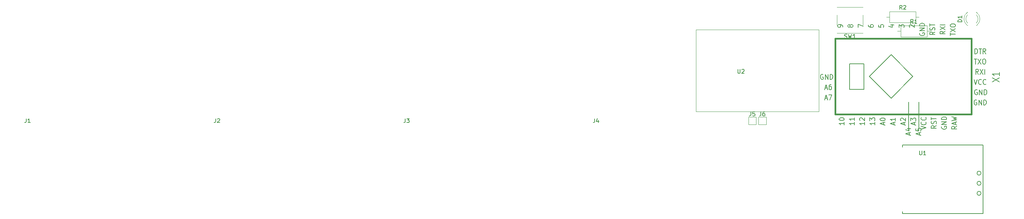
<source format=gbr>
G04 #@! TF.GenerationSoftware,KiCad,Pcbnew,(5.0.0-3-g5ebb6b6)*
G04 #@! TF.CreationDate,2021-01-19T19:10:24+01:00*
G04 #@! TF.ProjectId,HB-RC-4-TOUCH,48422D52432D342D544F5543482E6B69,rev?*
G04 #@! TF.SameCoordinates,Original*
G04 #@! TF.FileFunction,Legend,Top*
G04 #@! TF.FilePolarity,Positive*
%FSLAX46Y46*%
G04 Gerber Fmt 4.6, Leading zero omitted, Abs format (unit mm)*
G04 Created by KiCad (PCBNEW (5.0.0-3-g5ebb6b6)) date 2021 January 19, Tuesday 19:10:24*
%MOMM*%
%LPD*%
G01*
G04 APERTURE LIST*
%ADD10C,0.152400*%
%ADD11C,0.177800*%
%ADD12C,0.381000*%
%ADD13C,0.120000*%
%ADD14C,0.150000*%
%ADD15C,0.203200*%
%ADD16C,0.190500*%
G04 APERTURE END LIST*
D10*
G04 #@! TO.C,X1*
X264520000Y-42850000D02*
X264520000Y-49835000D01*
X267060000Y-42850000D02*
X267060000Y-49835000D01*
X253471000Y-39675000D02*
X253471000Y-33325000D01*
X253471000Y-39675000D02*
X249915000Y-39675000D01*
X249915000Y-33325000D02*
X249915000Y-39675000D01*
X253471000Y-33325000D02*
X249915000Y-33325000D01*
D11*
X260191105Y-31085544D02*
X265579259Y-36473697D01*
X265579259Y-36473697D02*
X260191105Y-41861851D01*
X254802951Y-36473697D02*
X260191105Y-41861851D01*
X260191105Y-31085544D02*
X254802951Y-36473697D01*
D12*
X280141000Y-27102000D02*
X280141000Y-45898000D01*
X280141000Y-45898000D02*
X246359000Y-45898000D01*
X246359000Y-45898000D02*
X246359000Y-27102000D01*
X246359000Y-27102000D02*
X280141000Y-27102000D01*
D13*
G04 #@! TO.C,U2*
X242240000Y-45160000D02*
X211760000Y-45160000D01*
X242240000Y-24840000D02*
X242240000Y-45160000D01*
X211760000Y-24840000D02*
X242240000Y-24840000D01*
X211760000Y-24840000D02*
X211760000Y-45160000D01*
D14*
G04 #@! TO.C,U1*
X283000000Y-70500000D02*
X263000000Y-70500000D01*
X283000000Y-53500000D02*
X283000000Y-70500000D01*
X263000000Y-53500000D02*
X283000000Y-53500000D01*
X282500000Y-63000000D02*
G75*
G03X282500000Y-63000000I-500000J0D01*
G01*
X282500000Y-60500000D02*
G75*
G03X282500000Y-60500000I-500000J0D01*
G01*
X282500000Y-65500000D02*
G75*
G03X282500000Y-65500000I-500000J0D01*
G01*
X263000000Y-53500000D02*
X263000000Y-54000000D01*
X263000000Y-70500000D02*
X263000000Y-70000000D01*
D13*
G04 #@! TO.C,SW1*
X246770000Y-25730000D02*
X246770000Y-25700000D01*
X246770000Y-19270000D02*
X246770000Y-19300000D01*
X253230000Y-19270000D02*
X253230000Y-19300000D01*
X253230000Y-25700000D02*
X253230000Y-25730000D01*
X246770000Y-23800000D02*
X246770000Y-21200000D01*
X253230000Y-25730000D02*
X246770000Y-25730000D01*
X253230000Y-23800000D02*
X253230000Y-21200000D01*
X253230000Y-19270000D02*
X246770000Y-19270000D01*
G04 #@! TO.C,R2*
X259810000Y-20380000D02*
X259810000Y-23120000D01*
X259810000Y-23120000D02*
X266350000Y-23120000D01*
X266350000Y-23120000D02*
X266350000Y-20380000D01*
X266350000Y-20380000D02*
X259810000Y-20380000D01*
X259040000Y-21750000D02*
X259810000Y-21750000D01*
X267120000Y-21750000D02*
X266350000Y-21750000D01*
G04 #@! TO.C,R1*
X262560000Y-23880000D02*
X262560000Y-26620000D01*
X262560000Y-26620000D02*
X269100000Y-26620000D01*
X269100000Y-26620000D02*
X269100000Y-23880000D01*
X269100000Y-23880000D02*
X262560000Y-23880000D01*
X261790000Y-25250000D02*
X262560000Y-25250000D01*
X269870000Y-25250000D02*
X269100000Y-25250000D01*
G04 #@! TO.C,J6*
X227300000Y-48450000D02*
X227300000Y-46550000D01*
X229200000Y-48450000D02*
X227300000Y-48450000D01*
X229200000Y-46550000D02*
X229200000Y-48450000D01*
X227300000Y-46550000D02*
X229200000Y-46550000D01*
G04 #@! TO.C,J5*
X224800000Y-48450000D02*
X224800000Y-46550000D01*
X226700000Y-48450000D02*
X224800000Y-48450000D01*
X226700000Y-46550000D02*
X226700000Y-48450000D01*
X224800000Y-46550000D02*
X226700000Y-46550000D01*
G04 #@! TO.C,D1*
X279171392Y-20537665D02*
G75*
G03X279014484Y-23770000I1078608J-1672335D01*
G01*
X281328608Y-20537665D02*
G75*
G02X281485516Y-23770000I-1078608J-1672335D01*
G01*
X279170163Y-21168870D02*
G75*
G03X279170000Y-23250961I1079837J-1041130D01*
G01*
X281329837Y-21168870D02*
G75*
G02X281330000Y-23250961I-1079837J-1041130D01*
G01*
X279014000Y-23770000D02*
X279170000Y-23770000D01*
X281330000Y-23770000D02*
X281486000Y-23770000D01*
G04 #@! TO.C,X1*
D15*
X285263333Y-37860714D02*
X287041333Y-36844714D01*
X285263333Y-36844714D02*
X287041333Y-37860714D01*
X287041333Y-35465857D02*
X287041333Y-36336714D01*
X287041333Y-35901285D02*
X285263333Y-35901285D01*
X285517333Y-36046428D01*
X285686666Y-36191571D01*
X285771333Y-36336714D01*
D16*
X267271666Y-50978000D02*
X267271666Y-50433714D01*
X267634523Y-51086857D02*
X266364523Y-50705857D01*
X267634523Y-50324857D01*
X266364523Y-49399571D02*
X266364523Y-49943857D01*
X266969285Y-49998285D01*
X266908809Y-49943857D01*
X266848333Y-49835000D01*
X266848333Y-49562857D01*
X266908809Y-49454000D01*
X266969285Y-49399571D01*
X267090238Y-49345142D01*
X267392619Y-49345142D01*
X267513571Y-49399571D01*
X267574047Y-49454000D01*
X267634523Y-49562857D01*
X267634523Y-49835000D01*
X267574047Y-49943857D01*
X267513571Y-49998285D01*
X264731666Y-50978000D02*
X264731666Y-50433714D01*
X265094523Y-51086857D02*
X263824523Y-50705857D01*
X265094523Y-50324857D01*
X264247857Y-49454000D02*
X265094523Y-49454000D01*
X263764047Y-49726142D02*
X264671190Y-49998285D01*
X264671190Y-49290714D01*
X248203523Y-24162857D02*
X248203523Y-23945142D01*
X248143047Y-23836285D01*
X248082571Y-23781857D01*
X247901142Y-23673000D01*
X247659238Y-23618571D01*
X247175428Y-23618571D01*
X247054476Y-23673000D01*
X246994000Y-23727428D01*
X246933523Y-23836285D01*
X246933523Y-24054000D01*
X246994000Y-24162857D01*
X247054476Y-24217285D01*
X247175428Y-24271714D01*
X247477809Y-24271714D01*
X247598761Y-24217285D01*
X247659238Y-24162857D01*
X247719714Y-24054000D01*
X247719714Y-23836285D01*
X247659238Y-23727428D01*
X247598761Y-23673000D01*
X247477809Y-23618571D01*
X250017809Y-24054000D02*
X249957333Y-24162857D01*
X249896857Y-24217285D01*
X249775904Y-24271714D01*
X249715428Y-24271714D01*
X249594476Y-24217285D01*
X249534000Y-24162857D01*
X249473523Y-24054000D01*
X249473523Y-23836285D01*
X249534000Y-23727428D01*
X249594476Y-23673000D01*
X249715428Y-23618571D01*
X249775904Y-23618571D01*
X249896857Y-23673000D01*
X249957333Y-23727428D01*
X250017809Y-23836285D01*
X250017809Y-24054000D01*
X250078285Y-24162857D01*
X250138761Y-24217285D01*
X250259714Y-24271714D01*
X250501619Y-24271714D01*
X250622571Y-24217285D01*
X250683047Y-24162857D01*
X250743523Y-24054000D01*
X250743523Y-23836285D01*
X250683047Y-23727428D01*
X250622571Y-23673000D01*
X250501619Y-23618571D01*
X250259714Y-23618571D01*
X250138761Y-23673000D01*
X250078285Y-23727428D01*
X250017809Y-23836285D01*
X252013523Y-24326142D02*
X252013523Y-23564142D01*
X253283523Y-24054000D01*
X254553523Y-23727428D02*
X254553523Y-23945142D01*
X254614000Y-24054000D01*
X254674476Y-24108428D01*
X254855904Y-24217285D01*
X255097809Y-24271714D01*
X255581619Y-24271714D01*
X255702571Y-24217285D01*
X255763047Y-24162857D01*
X255823523Y-24054000D01*
X255823523Y-23836285D01*
X255763047Y-23727428D01*
X255702571Y-23673000D01*
X255581619Y-23618571D01*
X255279238Y-23618571D01*
X255158285Y-23673000D01*
X255097809Y-23727428D01*
X255037333Y-23836285D01*
X255037333Y-24054000D01*
X255097809Y-24162857D01*
X255158285Y-24217285D01*
X255279238Y-24271714D01*
X257093523Y-23673000D02*
X257093523Y-24217285D01*
X257698285Y-24271714D01*
X257637809Y-24217285D01*
X257577333Y-24108428D01*
X257577333Y-23836285D01*
X257637809Y-23727428D01*
X257698285Y-23673000D01*
X257819238Y-23618571D01*
X258121619Y-23618571D01*
X258242571Y-23673000D01*
X258303047Y-23727428D01*
X258363523Y-23836285D01*
X258363523Y-24108428D01*
X258303047Y-24217285D01*
X258242571Y-24271714D01*
X260056857Y-23727428D02*
X260903523Y-23727428D01*
X259573047Y-23999571D02*
X260480190Y-24271714D01*
X260480190Y-23564142D01*
X274873523Y-26285571D02*
X274873523Y-25632428D01*
X276143523Y-25959000D02*
X274873523Y-25959000D01*
X274873523Y-25360285D02*
X276143523Y-24598285D01*
X274873523Y-24598285D02*
X276143523Y-25360285D01*
X274873523Y-23945142D02*
X274873523Y-23727428D01*
X274934000Y-23618571D01*
X275054952Y-23509714D01*
X275296857Y-23455285D01*
X275720190Y-23455285D01*
X275962095Y-23509714D01*
X276083047Y-23618571D01*
X276143523Y-23727428D01*
X276143523Y-23945142D01*
X276083047Y-24054000D01*
X275962095Y-24162857D01*
X275720190Y-24217285D01*
X275296857Y-24217285D01*
X275054952Y-24162857D01*
X274934000Y-24054000D01*
X274873523Y-23945142D01*
X273603523Y-25278642D02*
X272998761Y-25659642D01*
X273603523Y-25931785D02*
X272333523Y-25931785D01*
X272333523Y-25496357D01*
X272394000Y-25387500D01*
X272454476Y-25333071D01*
X272575428Y-25278642D01*
X272756857Y-25278642D01*
X272877809Y-25333071D01*
X272938285Y-25387500D01*
X272998761Y-25496357D01*
X272998761Y-25931785D01*
X272333523Y-24897642D02*
X273603523Y-24135642D01*
X272333523Y-24135642D02*
X273603523Y-24897642D01*
X273603523Y-23700214D02*
X272333523Y-23700214D01*
X271063523Y-25441928D02*
X270458761Y-25822928D01*
X271063523Y-26095071D02*
X269793523Y-26095071D01*
X269793523Y-25659642D01*
X269854000Y-25550785D01*
X269914476Y-25496357D01*
X270035428Y-25441928D01*
X270216857Y-25441928D01*
X270337809Y-25496357D01*
X270398285Y-25550785D01*
X270458761Y-25659642D01*
X270458761Y-26095071D01*
X271003047Y-25006500D02*
X271063523Y-24843214D01*
X271063523Y-24571071D01*
X271003047Y-24462214D01*
X270942571Y-24407785D01*
X270821619Y-24353357D01*
X270700666Y-24353357D01*
X270579714Y-24407785D01*
X270519238Y-24462214D01*
X270458761Y-24571071D01*
X270398285Y-24788785D01*
X270337809Y-24897642D01*
X270277333Y-24952071D01*
X270156380Y-25006500D01*
X270035428Y-25006500D01*
X269914476Y-24952071D01*
X269854000Y-24897642D01*
X269793523Y-24788785D01*
X269793523Y-24516642D01*
X269854000Y-24353357D01*
X269793523Y-24026785D02*
X269793523Y-23373642D01*
X271063523Y-23700214D02*
X269793523Y-23700214D01*
X267314000Y-25686857D02*
X267253523Y-25795714D01*
X267253523Y-25959000D01*
X267314000Y-26122285D01*
X267434952Y-26231142D01*
X267555904Y-26285571D01*
X267797809Y-26340000D01*
X267979238Y-26340000D01*
X268221142Y-26285571D01*
X268342095Y-26231142D01*
X268463047Y-26122285D01*
X268523523Y-25959000D01*
X268523523Y-25850142D01*
X268463047Y-25686857D01*
X268402571Y-25632428D01*
X267979238Y-25632428D01*
X267979238Y-25850142D01*
X268523523Y-25142571D02*
X267253523Y-25142571D01*
X268523523Y-24489428D01*
X267253523Y-24489428D01*
X268523523Y-23945142D02*
X267253523Y-23945142D01*
X267253523Y-23673000D01*
X267314000Y-23509714D01*
X267434952Y-23400857D01*
X267555904Y-23346428D01*
X267797809Y-23292000D01*
X267979238Y-23292000D01*
X268221142Y-23346428D01*
X268342095Y-23400857D01*
X268463047Y-23509714D01*
X268523523Y-23673000D01*
X268523523Y-23945142D01*
X264834476Y-24271714D02*
X264774000Y-24217285D01*
X264713523Y-24108428D01*
X264713523Y-23836285D01*
X264774000Y-23727428D01*
X264834476Y-23673000D01*
X264955428Y-23618571D01*
X265076380Y-23618571D01*
X265257809Y-23673000D01*
X265983523Y-24326142D01*
X265983523Y-23618571D01*
X262173523Y-24326142D02*
X262173523Y-23618571D01*
X262657333Y-23999571D01*
X262657333Y-23836285D01*
X262717809Y-23727428D01*
X262778285Y-23673000D01*
X262899238Y-23618571D01*
X263201619Y-23618571D01*
X263322571Y-23673000D01*
X263383047Y-23727428D01*
X263443523Y-23836285D01*
X263443523Y-24162857D01*
X263383047Y-24271714D01*
X263322571Y-24326142D01*
X263461666Y-48438000D02*
X263461666Y-47893714D01*
X263824523Y-48546857D02*
X262554523Y-48165857D01*
X263824523Y-47784857D01*
X262675476Y-47458285D02*
X262615000Y-47403857D01*
X262554523Y-47295000D01*
X262554523Y-47022857D01*
X262615000Y-46914000D01*
X262675476Y-46859571D01*
X262796428Y-46805142D01*
X262917380Y-46805142D01*
X263098809Y-46859571D01*
X263824523Y-47512714D01*
X263824523Y-46805142D01*
X266001666Y-48438000D02*
X266001666Y-47893714D01*
X266364523Y-48546857D02*
X265094523Y-48165857D01*
X266364523Y-47784857D01*
X265094523Y-47512714D02*
X265094523Y-46805142D01*
X265578333Y-47186142D01*
X265578333Y-47022857D01*
X265638809Y-46914000D01*
X265699285Y-46859571D01*
X265820238Y-46805142D01*
X266122619Y-46805142D01*
X266243571Y-46859571D01*
X266304047Y-46914000D01*
X266364523Y-47022857D01*
X266364523Y-47349428D01*
X266304047Y-47458285D01*
X266243571Y-47512714D01*
X267634523Y-49581000D02*
X268904523Y-49200000D01*
X267634523Y-48819000D01*
X268783571Y-47784857D02*
X268844047Y-47839285D01*
X268904523Y-48002571D01*
X268904523Y-48111428D01*
X268844047Y-48274714D01*
X268723095Y-48383571D01*
X268602142Y-48438000D01*
X268360238Y-48492428D01*
X268178809Y-48492428D01*
X267936904Y-48438000D01*
X267815952Y-48383571D01*
X267695000Y-48274714D01*
X267634523Y-48111428D01*
X267634523Y-48002571D01*
X267695000Y-47839285D01*
X267755476Y-47784857D01*
X268783571Y-46641857D02*
X268844047Y-46696285D01*
X268904523Y-46859571D01*
X268904523Y-46968428D01*
X268844047Y-47131714D01*
X268723095Y-47240571D01*
X268602142Y-47295000D01*
X268360238Y-47349428D01*
X268178809Y-47349428D01*
X267936904Y-47295000D01*
X267815952Y-47240571D01*
X267695000Y-47131714D01*
X267634523Y-46968428D01*
X267634523Y-46859571D01*
X267695000Y-46696285D01*
X267755476Y-46641857D01*
X271444523Y-48682928D02*
X270839761Y-49063928D01*
X271444523Y-49336071D02*
X270174523Y-49336071D01*
X270174523Y-48900642D01*
X270235000Y-48791785D01*
X270295476Y-48737357D01*
X270416428Y-48682928D01*
X270597857Y-48682928D01*
X270718809Y-48737357D01*
X270779285Y-48791785D01*
X270839761Y-48900642D01*
X270839761Y-49336071D01*
X271384047Y-48247500D02*
X271444523Y-48084214D01*
X271444523Y-47812071D01*
X271384047Y-47703214D01*
X271323571Y-47648785D01*
X271202619Y-47594357D01*
X271081666Y-47594357D01*
X270960714Y-47648785D01*
X270900238Y-47703214D01*
X270839761Y-47812071D01*
X270779285Y-48029785D01*
X270718809Y-48138642D01*
X270658333Y-48193071D01*
X270537380Y-48247500D01*
X270416428Y-48247500D01*
X270295476Y-48193071D01*
X270235000Y-48138642D01*
X270174523Y-48029785D01*
X270174523Y-47757642D01*
X270235000Y-47594357D01*
X270174523Y-47267785D02*
X270174523Y-46614642D01*
X271444523Y-46941214D02*
X270174523Y-46941214D01*
X272775000Y-48927857D02*
X272714523Y-49036714D01*
X272714523Y-49200000D01*
X272775000Y-49363285D01*
X272895952Y-49472142D01*
X273016904Y-49526571D01*
X273258809Y-49581000D01*
X273440238Y-49581000D01*
X273682142Y-49526571D01*
X273803095Y-49472142D01*
X273924047Y-49363285D01*
X273984523Y-49200000D01*
X273984523Y-49091142D01*
X273924047Y-48927857D01*
X273863571Y-48873428D01*
X273440238Y-48873428D01*
X273440238Y-49091142D01*
X273984523Y-48383571D02*
X272714523Y-48383571D01*
X273984523Y-47730428D01*
X272714523Y-47730428D01*
X273984523Y-47186142D02*
X272714523Y-47186142D01*
X272714523Y-46914000D01*
X272775000Y-46750714D01*
X272895952Y-46641857D01*
X273016904Y-46587428D01*
X273258809Y-46533000D01*
X273440238Y-46533000D01*
X273682142Y-46587428D01*
X273803095Y-46641857D01*
X273924047Y-46750714D01*
X273984523Y-46914000D01*
X273984523Y-47186142D01*
X276524523Y-48846214D02*
X275919761Y-49227214D01*
X276524523Y-49499357D02*
X275254523Y-49499357D01*
X275254523Y-49063928D01*
X275315000Y-48955071D01*
X275375476Y-48900642D01*
X275496428Y-48846214D01*
X275677857Y-48846214D01*
X275798809Y-48900642D01*
X275859285Y-48955071D01*
X275919761Y-49063928D01*
X275919761Y-49499357D01*
X276161666Y-48410785D02*
X276161666Y-47866500D01*
X276524523Y-48519642D02*
X275254523Y-48138642D01*
X276524523Y-47757642D01*
X275254523Y-47485500D02*
X276524523Y-47213357D01*
X275617380Y-46995642D01*
X276524523Y-46777928D01*
X275254523Y-46505785D01*
X260921666Y-48438000D02*
X260921666Y-47893714D01*
X261284523Y-48546857D02*
X260014523Y-48165857D01*
X261284523Y-47784857D01*
X261284523Y-46805142D02*
X261284523Y-47458285D01*
X261284523Y-47131714D02*
X260014523Y-47131714D01*
X260195952Y-47240571D01*
X260316904Y-47349428D01*
X260377380Y-47458285D01*
X258381666Y-48438000D02*
X258381666Y-47893714D01*
X258744523Y-48546857D02*
X257474523Y-48165857D01*
X258744523Y-47784857D01*
X257474523Y-47186142D02*
X257474523Y-47077285D01*
X257535000Y-46968428D01*
X257595476Y-46914000D01*
X257716428Y-46859571D01*
X257958333Y-46805142D01*
X258260714Y-46805142D01*
X258502619Y-46859571D01*
X258623571Y-46914000D01*
X258684047Y-46968428D01*
X258744523Y-47077285D01*
X258744523Y-47186142D01*
X258684047Y-47295000D01*
X258623571Y-47349428D01*
X258502619Y-47403857D01*
X258260714Y-47458285D01*
X257958333Y-47458285D01*
X257716428Y-47403857D01*
X257595476Y-47349428D01*
X257535000Y-47295000D01*
X257474523Y-47186142D01*
X256204523Y-47839285D02*
X256204523Y-48492428D01*
X256204523Y-48165857D02*
X254934523Y-48165857D01*
X255115952Y-48274714D01*
X255236904Y-48383571D01*
X255297380Y-48492428D01*
X254934523Y-47458285D02*
X254934523Y-46750714D01*
X255418333Y-47131714D01*
X255418333Y-46968428D01*
X255478809Y-46859571D01*
X255539285Y-46805142D01*
X255660238Y-46750714D01*
X255962619Y-46750714D01*
X256083571Y-46805142D01*
X256144047Y-46859571D01*
X256204523Y-46968428D01*
X256204523Y-47295000D01*
X256144047Y-47403857D01*
X256083571Y-47458285D01*
X253664523Y-47839285D02*
X253664523Y-48492428D01*
X253664523Y-48165857D02*
X252394523Y-48165857D01*
X252575952Y-48274714D01*
X252696904Y-48383571D01*
X252757380Y-48492428D01*
X252515476Y-47403857D02*
X252455000Y-47349428D01*
X252394523Y-47240571D01*
X252394523Y-46968428D01*
X252455000Y-46859571D01*
X252515476Y-46805142D01*
X252636428Y-46750714D01*
X252757380Y-46750714D01*
X252938809Y-46805142D01*
X253664523Y-47458285D01*
X253664523Y-46750714D01*
X251124523Y-47839285D02*
X251124523Y-48492428D01*
X251124523Y-48165857D02*
X249854523Y-48165857D01*
X250035952Y-48274714D01*
X250156904Y-48383571D01*
X250217380Y-48492428D01*
X251124523Y-46750714D02*
X251124523Y-47403857D01*
X251124523Y-47077285D02*
X249854523Y-47077285D01*
X250035952Y-47186142D01*
X250156904Y-47295000D01*
X250217380Y-47403857D01*
X248584523Y-47839285D02*
X248584523Y-48492428D01*
X248584523Y-48165857D02*
X247314523Y-48165857D01*
X247495952Y-48274714D01*
X247616904Y-48383571D01*
X247677380Y-48492428D01*
X247314523Y-47131714D02*
X247314523Y-47022857D01*
X247375000Y-46914000D01*
X247435476Y-46859571D01*
X247556428Y-46805142D01*
X247798333Y-46750714D01*
X248100714Y-46750714D01*
X248342619Y-46805142D01*
X248463571Y-46859571D01*
X248524047Y-46914000D01*
X248584523Y-47022857D01*
X248584523Y-47131714D01*
X248524047Y-47240571D01*
X248463571Y-47295000D01*
X248342619Y-47349428D01*
X248100714Y-47403857D01*
X247798333Y-47403857D01*
X247556428Y-47349428D01*
X247435476Y-47295000D01*
X247375000Y-47240571D01*
X247314523Y-47131714D01*
X243819000Y-41918666D02*
X244363285Y-41918666D01*
X243710142Y-42281523D02*
X244091142Y-41011523D01*
X244472142Y-42281523D01*
X244744285Y-41011523D02*
X245506285Y-41011523D01*
X245016428Y-42281523D01*
X243819000Y-39378666D02*
X244363285Y-39378666D01*
X243710142Y-39741523D02*
X244091142Y-38471523D01*
X244472142Y-39741523D01*
X245343000Y-38471523D02*
X245125285Y-38471523D01*
X245016428Y-38532000D01*
X244962000Y-38592476D01*
X244853142Y-38773904D01*
X244798714Y-39015809D01*
X244798714Y-39499619D01*
X244853142Y-39620571D01*
X244907571Y-39681047D01*
X245016428Y-39741523D01*
X245234142Y-39741523D01*
X245343000Y-39681047D01*
X245397428Y-39620571D01*
X245451857Y-39499619D01*
X245451857Y-39197238D01*
X245397428Y-39076285D01*
X245343000Y-39015809D01*
X245234142Y-38955333D01*
X245016428Y-38955333D01*
X244907571Y-39015809D01*
X244853142Y-39076285D01*
X244798714Y-39197238D01*
X243329142Y-35992000D02*
X243220285Y-35931523D01*
X243057000Y-35931523D01*
X242893714Y-35992000D01*
X242784857Y-36112952D01*
X242730428Y-36233904D01*
X242676000Y-36475809D01*
X242676000Y-36657238D01*
X242730428Y-36899142D01*
X242784857Y-37020095D01*
X242893714Y-37141047D01*
X243057000Y-37201523D01*
X243165857Y-37201523D01*
X243329142Y-37141047D01*
X243383571Y-37080571D01*
X243383571Y-36657238D01*
X243165857Y-36657238D01*
X243873428Y-37201523D02*
X243873428Y-35931523D01*
X244526571Y-37201523D01*
X244526571Y-35931523D01*
X245070857Y-37201523D02*
X245070857Y-35931523D01*
X245343000Y-35931523D01*
X245506285Y-35992000D01*
X245615142Y-36112952D01*
X245669571Y-36233904D01*
X245724000Y-36475809D01*
X245724000Y-36657238D01*
X245669571Y-36899142D01*
X245615142Y-37020095D01*
X245506285Y-37141047D01*
X245343000Y-37201523D01*
X245070857Y-37201523D01*
X281429142Y-42342000D02*
X281320285Y-42281523D01*
X281157000Y-42281523D01*
X280993714Y-42342000D01*
X280884857Y-42462952D01*
X280830428Y-42583904D01*
X280776000Y-42825809D01*
X280776000Y-43007238D01*
X280830428Y-43249142D01*
X280884857Y-43370095D01*
X280993714Y-43491047D01*
X281157000Y-43551523D01*
X281265857Y-43551523D01*
X281429142Y-43491047D01*
X281483571Y-43430571D01*
X281483571Y-43007238D01*
X281265857Y-43007238D01*
X281973428Y-43551523D02*
X281973428Y-42281523D01*
X282626571Y-43551523D01*
X282626571Y-42281523D01*
X283170857Y-43551523D02*
X283170857Y-42281523D01*
X283443000Y-42281523D01*
X283606285Y-42342000D01*
X283715142Y-42462952D01*
X283769571Y-42583904D01*
X283824000Y-42825809D01*
X283824000Y-43007238D01*
X283769571Y-43249142D01*
X283715142Y-43370095D01*
X283606285Y-43491047D01*
X283443000Y-43551523D01*
X283170857Y-43551523D01*
X281556142Y-39802000D02*
X281447285Y-39741523D01*
X281284000Y-39741523D01*
X281120714Y-39802000D01*
X281011857Y-39922952D01*
X280957428Y-40043904D01*
X280903000Y-40285809D01*
X280903000Y-40467238D01*
X280957428Y-40709142D01*
X281011857Y-40830095D01*
X281120714Y-40951047D01*
X281284000Y-41011523D01*
X281392857Y-41011523D01*
X281556142Y-40951047D01*
X281610571Y-40890571D01*
X281610571Y-40467238D01*
X281392857Y-40467238D01*
X282100428Y-41011523D02*
X282100428Y-39741523D01*
X282753571Y-41011523D01*
X282753571Y-39741523D01*
X283297857Y-41011523D02*
X283297857Y-39741523D01*
X283570000Y-39741523D01*
X283733285Y-39802000D01*
X283842142Y-39922952D01*
X283896571Y-40043904D01*
X283951000Y-40285809D01*
X283951000Y-40467238D01*
X283896571Y-40709142D01*
X283842142Y-40830095D01*
X283733285Y-40951047D01*
X283570000Y-41011523D01*
X283297857Y-41011523D01*
X280776000Y-37201523D02*
X281157000Y-38471523D01*
X281538000Y-37201523D01*
X282572142Y-38350571D02*
X282517714Y-38411047D01*
X282354428Y-38471523D01*
X282245571Y-38471523D01*
X282082285Y-38411047D01*
X281973428Y-38290095D01*
X281919000Y-38169142D01*
X281864571Y-37927238D01*
X281864571Y-37745809D01*
X281919000Y-37503904D01*
X281973428Y-37382952D01*
X282082285Y-37262000D01*
X282245571Y-37201523D01*
X282354428Y-37201523D01*
X282517714Y-37262000D01*
X282572142Y-37322476D01*
X283715142Y-38350571D02*
X283660714Y-38411047D01*
X283497428Y-38471523D01*
X283388571Y-38471523D01*
X283225285Y-38411047D01*
X283116428Y-38290095D01*
X283062000Y-38169142D01*
X283007571Y-37927238D01*
X283007571Y-37745809D01*
X283062000Y-37503904D01*
X283116428Y-37382952D01*
X283225285Y-37262000D01*
X283388571Y-37201523D01*
X283497428Y-37201523D01*
X283660714Y-37262000D01*
X283715142Y-37322476D01*
X281837357Y-35931523D02*
X281456357Y-35326761D01*
X281184214Y-35931523D02*
X281184214Y-34661523D01*
X281619642Y-34661523D01*
X281728500Y-34722000D01*
X281782928Y-34782476D01*
X281837357Y-34903428D01*
X281837357Y-35084857D01*
X281782928Y-35205809D01*
X281728500Y-35266285D01*
X281619642Y-35326761D01*
X281184214Y-35326761D01*
X282218357Y-34661523D02*
X282980357Y-35931523D01*
X282980357Y-34661523D02*
X282218357Y-35931523D01*
X283415785Y-35931523D02*
X283415785Y-34661523D01*
X280830428Y-32121523D02*
X281483571Y-32121523D01*
X281157000Y-33391523D02*
X281157000Y-32121523D01*
X281755714Y-32121523D02*
X282517714Y-33391523D01*
X282517714Y-32121523D02*
X281755714Y-33391523D01*
X283170857Y-32121523D02*
X283388571Y-32121523D01*
X283497428Y-32182000D01*
X283606285Y-32302952D01*
X283660714Y-32544857D01*
X283660714Y-32968190D01*
X283606285Y-33210095D01*
X283497428Y-33331047D01*
X283388571Y-33391523D01*
X283170857Y-33391523D01*
X283062000Y-33331047D01*
X282953142Y-33210095D01*
X282898714Y-32968190D01*
X282898714Y-32544857D01*
X282953142Y-32302952D01*
X283062000Y-32182000D01*
X283170857Y-32121523D01*
D11*
X280993714Y-30851523D02*
X280993714Y-29581523D01*
X281265857Y-29581523D01*
X281429142Y-29642000D01*
X281538000Y-29762952D01*
X281592428Y-29883904D01*
X281646857Y-30125809D01*
X281646857Y-30307238D01*
X281592428Y-30549142D01*
X281538000Y-30670095D01*
X281429142Y-30791047D01*
X281265857Y-30851523D01*
X280993714Y-30851523D01*
X281973428Y-29581523D02*
X282626571Y-29581523D01*
X282300000Y-30851523D02*
X282300000Y-29581523D01*
X283660714Y-30851523D02*
X283279714Y-30246761D01*
X283007571Y-30851523D02*
X283007571Y-29581523D01*
X283443000Y-29581523D01*
X283551857Y-29642000D01*
X283606285Y-29702476D01*
X283660714Y-29823428D01*
X283660714Y-30004857D01*
X283606285Y-30125809D01*
X283551857Y-30186285D01*
X283443000Y-30246761D01*
X283007571Y-30246761D01*
G04 #@! TO.C,U2*
D14*
X222174095Y-34706380D02*
X222174095Y-35515904D01*
X222221714Y-35611142D01*
X222269333Y-35658761D01*
X222364571Y-35706380D01*
X222555047Y-35706380D01*
X222650285Y-35658761D01*
X222697904Y-35611142D01*
X222745523Y-35515904D01*
X222745523Y-34706380D01*
X223174095Y-34801619D02*
X223221714Y-34754000D01*
X223316952Y-34706380D01*
X223555047Y-34706380D01*
X223650285Y-34754000D01*
X223697904Y-34801619D01*
X223745523Y-34896857D01*
X223745523Y-34992095D01*
X223697904Y-35134952D01*
X223126476Y-35706380D01*
X223745523Y-35706380D01*
G04 #@! TO.C,U1*
X267238095Y-54952380D02*
X267238095Y-55761904D01*
X267285714Y-55857142D01*
X267333333Y-55904761D01*
X267428571Y-55952380D01*
X267619047Y-55952380D01*
X267714285Y-55904761D01*
X267761904Y-55857142D01*
X267809523Y-55761904D01*
X267809523Y-54952380D01*
X268809523Y-55952380D02*
X268238095Y-55952380D01*
X268523809Y-55952380D02*
X268523809Y-54952380D01*
X268428571Y-55095238D01*
X268333333Y-55190476D01*
X268238095Y-55238095D01*
G04 #@! TO.C,SW1*
X248666666Y-26954761D02*
X248809523Y-27002380D01*
X249047619Y-27002380D01*
X249142857Y-26954761D01*
X249190476Y-26907142D01*
X249238095Y-26811904D01*
X249238095Y-26716666D01*
X249190476Y-26621428D01*
X249142857Y-26573809D01*
X249047619Y-26526190D01*
X248857142Y-26478571D01*
X248761904Y-26430952D01*
X248714285Y-26383333D01*
X248666666Y-26288095D01*
X248666666Y-26192857D01*
X248714285Y-26097619D01*
X248761904Y-26050000D01*
X248857142Y-26002380D01*
X249095238Y-26002380D01*
X249238095Y-26050000D01*
X249571428Y-26002380D02*
X249809523Y-27002380D01*
X250000000Y-26288095D01*
X250190476Y-27002380D01*
X250428571Y-26002380D01*
X251333333Y-27002380D02*
X250761904Y-27002380D01*
X251047619Y-27002380D02*
X251047619Y-26002380D01*
X250952380Y-26145238D01*
X250857142Y-26240476D01*
X250761904Y-26288095D01*
G04 #@! TO.C,R2*
X262913333Y-19832380D02*
X262580000Y-19356190D01*
X262341904Y-19832380D02*
X262341904Y-18832380D01*
X262722857Y-18832380D01*
X262818095Y-18880000D01*
X262865714Y-18927619D01*
X262913333Y-19022857D01*
X262913333Y-19165714D01*
X262865714Y-19260952D01*
X262818095Y-19308571D01*
X262722857Y-19356190D01*
X262341904Y-19356190D01*
X263294285Y-18927619D02*
X263341904Y-18880000D01*
X263437142Y-18832380D01*
X263675238Y-18832380D01*
X263770476Y-18880000D01*
X263818095Y-18927619D01*
X263865714Y-19022857D01*
X263865714Y-19118095D01*
X263818095Y-19260952D01*
X263246666Y-19832380D01*
X263865714Y-19832380D01*
G04 #@! TO.C,R1*
X265663333Y-23332380D02*
X265330000Y-22856190D01*
X265091904Y-23332380D02*
X265091904Y-22332380D01*
X265472857Y-22332380D01*
X265568095Y-22380000D01*
X265615714Y-22427619D01*
X265663333Y-22522857D01*
X265663333Y-22665714D01*
X265615714Y-22760952D01*
X265568095Y-22808571D01*
X265472857Y-22856190D01*
X265091904Y-22856190D01*
X266615714Y-23332380D02*
X266044285Y-23332380D01*
X266330000Y-23332380D02*
X266330000Y-22332380D01*
X266234761Y-22475238D01*
X266139523Y-22570476D01*
X266044285Y-22618095D01*
G04 #@! TO.C,J6*
X227916666Y-45304380D02*
X227916666Y-46018666D01*
X227869047Y-46161523D01*
X227773809Y-46256761D01*
X227630952Y-46304380D01*
X227535714Y-46304380D01*
X228821428Y-45304380D02*
X228630952Y-45304380D01*
X228535714Y-45352000D01*
X228488095Y-45399619D01*
X228392857Y-45542476D01*
X228345238Y-45732952D01*
X228345238Y-46113904D01*
X228392857Y-46209142D01*
X228440476Y-46256761D01*
X228535714Y-46304380D01*
X228726190Y-46304380D01*
X228821428Y-46256761D01*
X228869047Y-46209142D01*
X228916666Y-46113904D01*
X228916666Y-45875809D01*
X228869047Y-45780571D01*
X228821428Y-45732952D01*
X228726190Y-45685333D01*
X228535714Y-45685333D01*
X228440476Y-45732952D01*
X228392857Y-45780571D01*
X228345238Y-45875809D01*
G04 #@! TO.C,J5*
X225416666Y-45304380D02*
X225416666Y-46018666D01*
X225369047Y-46161523D01*
X225273809Y-46256761D01*
X225130952Y-46304380D01*
X225035714Y-46304380D01*
X226369047Y-45304380D02*
X225892857Y-45304380D01*
X225845238Y-45780571D01*
X225892857Y-45732952D01*
X225988095Y-45685333D01*
X226226190Y-45685333D01*
X226321428Y-45732952D01*
X226369047Y-45780571D01*
X226416666Y-45875809D01*
X226416666Y-46113904D01*
X226369047Y-46209142D01*
X226321428Y-46256761D01*
X226226190Y-46304380D01*
X225988095Y-46304380D01*
X225892857Y-46256761D01*
X225845238Y-46209142D01*
G04 #@! TO.C,J4*
X186666666Y-46952380D02*
X186666666Y-47666666D01*
X186619047Y-47809523D01*
X186523809Y-47904761D01*
X186380952Y-47952380D01*
X186285714Y-47952380D01*
X187571428Y-47285714D02*
X187571428Y-47952380D01*
X187333333Y-46904761D02*
X187095238Y-47619047D01*
X187714285Y-47619047D01*
G04 #@! TO.C,J3*
X139666666Y-46952380D02*
X139666666Y-47666666D01*
X139619047Y-47809523D01*
X139523809Y-47904761D01*
X139380952Y-47952380D01*
X139285714Y-47952380D01*
X140047619Y-46952380D02*
X140666666Y-46952380D01*
X140333333Y-47333333D01*
X140476190Y-47333333D01*
X140571428Y-47380952D01*
X140619047Y-47428571D01*
X140666666Y-47523809D01*
X140666666Y-47761904D01*
X140619047Y-47857142D01*
X140571428Y-47904761D01*
X140476190Y-47952380D01*
X140190476Y-47952380D01*
X140095238Y-47904761D01*
X140047619Y-47857142D01*
G04 #@! TO.C,J2*
X92666666Y-46952380D02*
X92666666Y-47666666D01*
X92619047Y-47809523D01*
X92523809Y-47904761D01*
X92380952Y-47952380D01*
X92285714Y-47952380D01*
X93095238Y-47047619D02*
X93142857Y-47000000D01*
X93238095Y-46952380D01*
X93476190Y-46952380D01*
X93571428Y-47000000D01*
X93619047Y-47047619D01*
X93666666Y-47142857D01*
X93666666Y-47238095D01*
X93619047Y-47380952D01*
X93047619Y-47952380D01*
X93666666Y-47952380D01*
G04 #@! TO.C,J1*
X45666666Y-46952380D02*
X45666666Y-47666666D01*
X45619047Y-47809523D01*
X45523809Y-47904761D01*
X45380952Y-47952380D01*
X45285714Y-47952380D01*
X46666666Y-47952380D02*
X46095238Y-47952380D01*
X46380952Y-47952380D02*
X46380952Y-46952380D01*
X46285714Y-47095238D01*
X46190476Y-47190476D01*
X46095238Y-47238095D01*
G04 #@! TO.C,D1*
X277742380Y-22948095D02*
X276742380Y-22948095D01*
X276742380Y-22710000D01*
X276790000Y-22567142D01*
X276885238Y-22471904D01*
X276980476Y-22424285D01*
X277170952Y-22376666D01*
X277313809Y-22376666D01*
X277504285Y-22424285D01*
X277599523Y-22471904D01*
X277694761Y-22567142D01*
X277742380Y-22710000D01*
X277742380Y-22948095D01*
X277742380Y-21424285D02*
X277742380Y-21995714D01*
X277742380Y-21710000D02*
X276742380Y-21710000D01*
X276885238Y-21805238D01*
X276980476Y-21900476D01*
X277028095Y-21995714D01*
G04 #@! TD*
M02*

</source>
